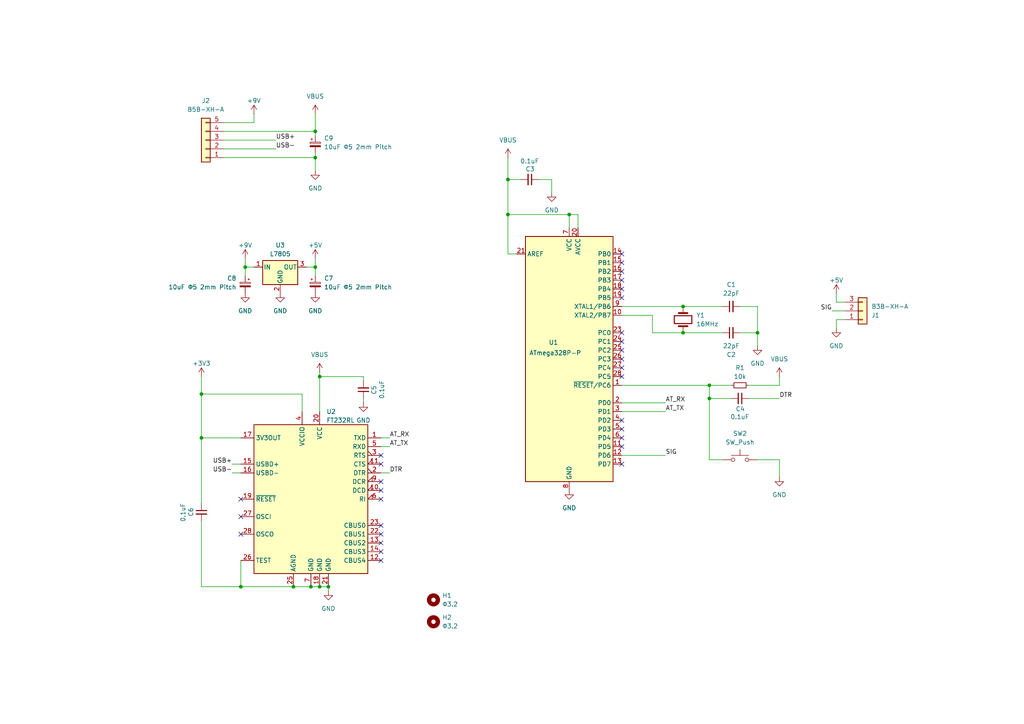
<source format=kicad_sch>
(kicad_sch (version 20231120) (generator "eeschema") (generator_version "8.0")
  (paper "A4")
  (lib_symbols
    (symbol "Connector_Generic:Conn_01x03" (pin_names (offset 1.016) hide)
      (property "Reference" "J" (at 0 5.08 0))
      (property "Value" "Conn_01x03" (at 0 -5.08 0))
      (symbol "Conn_01x03_1_1"
        (rectangle (start -1.27 -2.413) (end 0 -2.667) (stroke (width 0.1524)))
        (rectangle (start -1.27 0.127) (end 0 -0.127) (stroke (width 0.1524)))
        (rectangle (start -1.27 2.667) (end 0 2.413) (stroke (width 0.1524)))
        (rectangle (start -1.27 3.81) (end 1.27 -3.81) (stroke (width 0.254)) (fill (type background)))
        (pin passive line (at -5.08 2.54 0) (length 3.81) (name "Pin_1") (number "1"))
        (pin passive line (at -5.08 0 0) (length 3.81) (name "Pin_2") (number "2"))
        (pin passive line (at -5.08 -2.54 0) (length 3.81) (name "Pin_3") (number "3"))
      )
    )
    (symbol "Connector_Generic:Conn_01x05" (pin_names (offset 1.016) hide)
      (property "Reference" "J" (at 0 7.62 0))
      (property "Value" "Conn_01x05" (at 0 -7.62 0))
      (symbol "Conn_01x05_1_1"
        (rectangle (start -1.27 -4.953) (end 0 -5.207) (stroke (width 0.1524)))
        (rectangle (start -1.27 -2.413) (end 0 -2.667) (stroke (width 0.1524)))
        (rectangle (start -1.27 0.127) (end 0 -0.127) (stroke (width 0.1524)))
        (rectangle (start -1.27 2.667) (end 0 2.413) (stroke (width 0.1524)))
        (rectangle (start -1.27 5.207) (end 0 4.953) (stroke (width 0.1524)))
        (rectangle (start -1.27 6.35) (end 1.27 -6.35) (stroke (width 0.254)) (fill (type background)))
        (pin passive line (at -5.08 5.08 0) (length 3.81) (name "Pin_1") (number "1"))
        (pin passive line (at -5.08 2.54 0) (length 3.81) (name "Pin_2") (number "2"))
        (pin passive line (at -5.08 0 0) (length 3.81) (name "Pin_3") (number "3"))
        (pin passive line (at -5.08 -2.54 0) (length 3.81) (name "Pin_4") (number "4"))
        (pin passive line (at -5.08 -5.08 0) (length 3.81) (name "Pin_5") (number "5"))
      )
    )
    (symbol "Device:C_Polarized_Small" (pin_numbers hide) (pin_names (offset 0.254) hide)
      (property "Reference" "C" (at 0.254 1.778 0))
      (property "Value" "C_Polarized_Small" (at 0.254 -2.032 0))
      (symbol "C_Polarized_Small_0_1"
        (rectangle (start -1.524 -0.3048) (end 1.524 -0.6858) (fill (type outline)))
        (rectangle (start -1.524 0.6858) (end 1.524 0.3048))
        (polyline (pts (xy -1.27 1.524) (xy -0.762 1.524)))
        (polyline (pts (xy -1.016 1.27) (xy -1.016 1.778)))
      )
      (symbol "C_Polarized_Small_1_1"
        (pin passive line (at 0 2.54 270) (length 1.8542) (name "~") (number "1"))
        (pin passive line (at 0 -2.54 90) (length 1.8542) (name "~") (number "2"))
      )
    )
    (symbol "Device:C_Small" (pin_numbers hide) (pin_names (offset 0.254) hide)
      (property "Reference" "C" (at 0.254 1.778 0))
      (property "Value" "C_Small" (at 0.254 -2.032 0))
      (symbol "C_Small_0_1"
        (polyline (pts (xy -1.524 -0.508) (xy 1.524 -0.508)) (stroke (width 0.3302)))
        (polyline (pts (xy -1.524 0.508) (xy 1.524 0.508)) (stroke (width 0.3048)))
      )
      (symbol "C_Small_1_1"
        (pin passive line (at 0 2.54 270) (length 2.032) (name "~") (number "1"))
        (pin passive line (at 0 -2.54 90) (length 2.032) (name "~") (number "2"))
      )
    )
    (symbol "Device:Crystal" (pin_numbers hide) (pin_names (offset 1.016) hide)
      (property "Reference" "Y" (at 0 3.81 0))
      (property "Value" "Crystal" (at 0 -3.81 0))
      (symbol "Crystal_0_1"
        (rectangle (start -1.143 2.54) (end 1.143 -2.54) (stroke (width 0.3048)))
        (polyline (pts (xy -2.54 0) (xy -1.905 0)))
        (polyline (pts (xy -1.905 -1.27) (xy -1.905 1.27)) (stroke (width 0.508)))
        (polyline (pts (xy 1.905 -1.27) (xy 1.905 1.27)) (stroke (width 0.508)))
        (polyline (pts (xy 2.54 0) (xy 1.905 0)))
      )
      (symbol "Crystal_1_1"
        (pin passive line (at -3.81 0 0) (length 1.27) (name "1") (number "1"))
        (pin passive line (at 3.81 0 180) (length 1.27) (name "2") (number "2"))
      )
    )
    (symbol "Device:R_Small" (pin_numbers hide) (pin_names (offset 0.254) hide)
      (property "Reference" "R" (at 0.762 0.508 0))
      (property "Value" "R_Small" (at 0.762 -1.016 0))
      (symbol "R_Small_0_1"
        (rectangle (start -0.762 1.778) (end 0.762 -1.778) (stroke (width 0.2032)))
      )
      (symbol "R_Small_1_1"
        (pin passive line (at 0 2.54 270) (length 0.762) (name "~") (number "1"))
        (pin passive line (at 0 -2.54 90) (length 0.762) (name "~") (number "2"))
      )
    )
    (symbol "Interface_USB:FT232RL"
      (property "Reference" "U" (at -16.51 22.86 0))
      (property "Value" "FT232RL" (at 10.16 22.86 0))
      (symbol "FT232RL_0_1"
        (rectangle (start -16.51 21.59) (end 16.51 -21.59) (stroke (width 0.254)) (fill (type background)))
      )
      (symbol "FT232RL_1_1"
        (pin output line (at 20.32 17.78 180) (length 3.81) (name "TXD") (number "1"))
        (pin input input_low (at 20.32 2.54 180) (length 3.81) (name "DCD") (number "10"))
        (pin input input_low (at 20.32 10.16 180) (length 3.81) (name "CTS") (number "11"))
        (pin bidirectional line (at 20.32 -17.78 180) (length 3.81) (name "CBUS4") (number "12"))
        (pin bidirectional line (at 20.32 -12.7 180) (length 3.81) (name "CBUS2") (number "13"))
        (pin bidirectional line (at 20.32 -15.24 180) (length 3.81) (name "CBUS3") (number "14"))
        (pin bidirectional line (at -20.32 10.16 0) (length 3.81) (name "USBD+") (number "15"))
        (pin bidirectional line (at -20.32 7.62 0) (length 3.81) (name "USBD-") (number "16"))
        (pin power_out line (at -20.32 17.78 0) (length 3.81) (name "3V3OUT") (number "17"))
        (pin power_in line (at 2.54 -25.4 90) (length 3.81) (name "GND") (number "18"))
        (pin input line (at -20.32 0 0) (length 3.81) (name "~{RESET}") (number "19"))
        (pin output output_low (at 20.32 7.62 180) (length 3.81) (name "DTR") (number "2"))
        (pin power_in line (at 2.54 25.4 270) (length 3.81) (name "VCC") (number "20"))
        (pin power_in line (at 5.08 -25.4 90) (length 3.81) (name "GND") (number "21"))
        (pin bidirectional line (at 20.32 -10.16 180) (length 3.81) (name "CBUS1") (number "22"))
        (pin bidirectional line (at 20.32 -7.62 180) (length 3.81) (name "CBUS0") (number "23"))
        (pin power_in line (at -5.08 -25.4 90) (length 3.81) (name "AGND") (number "25"))
        (pin input line (at -20.32 -17.78 0) (length 3.81) (name "TEST") (number "26"))
        (pin input line (at -20.32 -5.08 0) (length 3.81) (name "OSCI") (number "27"))
        (pin output line (at -20.32 -10.16 0) (length 3.81) (name "OSCO") (number "28"))
        (pin output output_low (at 20.32 12.7 180) (length 3.81) (name "RTS") (number "3"))
        (pin power_in line (at -2.54 25.4 270) (length 3.81) (name "VCCIO") (number "4"))
        (pin input line (at 20.32 15.24 180) (length 3.81) (name "RXD") (number "5"))
        (pin input input_low (at 20.32 0 180) (length 3.81) (name "RI") (number "6"))
        (pin power_in line (at 0 -25.4 90) (length 3.81) (name "GND") (number "7"))
        (pin input input_low (at 20.32 5.08 180) (length 3.81) (name "DCR") (number "9"))
      )
    )
    (symbol "MCU_Microchip_ATmega:ATmega328P-P"
      (property "Reference" "U" (at -12.7 36.83 0))
      (property "Value" "ATmega328P-P" (at 2.54 -36.83 0))
      (symbol "ATmega328P-P_0_1"
        (rectangle (start -12.7 -35.56) (end 12.7 35.56) (stroke (width 0.254)) (fill (type background)))
      )
      (symbol "ATmega328P-P_1_1"
        (pin bidirectional line (at 15.24 -7.62 180) (length 2.54) (name "~{RESET}/PC6") (number "1"))
        (pin bidirectional line (at 15.24 12.7 180) (length 2.54) (name "XTAL2/PB7") (number "10"))
        (pin bidirectional line (at 15.24 -25.4 180) (length 2.54) (name "PD5") (number "11"))
        (pin bidirectional line (at 15.24 -27.94 180) (length 2.54) (name "PD6") (number "12"))
        (pin bidirectional line (at 15.24 -30.48 180) (length 2.54) (name "PD7") (number "13"))
        (pin bidirectional line (at 15.24 30.48 180) (length 2.54) (name "PB0") (number "14"))
        (pin bidirectional line (at 15.24 27.94 180) (length 2.54) (name "PB1") (number "15"))
        (pin bidirectional line (at 15.24 25.4 180) (length 2.54) (name "PB2") (number "16"))
        (pin bidirectional line (at 15.24 22.86 180) (length 2.54) (name "PB3") (number "17"))
        (pin bidirectional line (at 15.24 20.32 180) (length 2.54) (name "PB4") (number "18"))
        (pin bidirectional line (at 15.24 17.78 180) (length 2.54) (name "PB5") (number "19"))
        (pin bidirectional line (at 15.24 -12.7 180) (length 2.54) (name "PD0") (number "2"))
        (pin power_in line (at 2.54 38.1 270) (length 2.54) (name "AVCC") (number "20"))
        (pin passive line (at -15.24 30.48 0) (length 2.54) (name "AREF") (number "21"))
        (pin passive line (at 0 -38.1 90) (length 2.54) hide (name "GND") (number "22"))
        (pin bidirectional line (at 15.24 7.62 180) (length 2.54) (name "PC0") (number "23"))
        (pin bidirectional line (at 15.24 5.08 180) (length 2.54) (name "PC1") (number "24"))
        (pin bidirectional line (at 15.24 2.54 180) (length 2.54) (name "PC2") (number "25"))
        (pin bidirectional line (at 15.24 0 180) (length 2.54) (name "PC3") (number "26"))
        (pin bidirectional line (at 15.24 -2.54 180) (length 2.54) (name "PC4") (number "27"))
        (pin bidirectional line (at 15.24 -5.08 180) (length 2.54) (name "PC5") (number "28"))
        (pin bidirectional line (at 15.24 -15.24 180) (length 2.54) (name "PD1") (number "3"))
        (pin bidirectional line (at 15.24 -17.78 180) (length 2.54) (name "PD2") (number "4"))
        (pin bidirectional line (at 15.24 -20.32 180) (length 2.54) (name "PD3") (number "5"))
        (pin bidirectional line (at 15.24 -22.86 180) (length 2.54) (name "PD4") (number "6"))
        (pin power_in line (at 0 38.1 270) (length 2.54) (name "VCC") (number "7"))
        (pin power_in line (at 0 -38.1 90) (length 2.54) (name "GND") (number "8"))
        (pin bidirectional line (at 15.24 15.24 180) (length 2.54) (name "XTAL1/PB6") (number "9"))
      )
    )
    (symbol "Mechanical:MountingHole" (pin_names (offset 1.016)) (exclude_from_sim yes) (in_bom no)
      (property "Reference" "H" (at 0 5.08 0))
      (property "Value" "MountingHole" (at 0 3.175 0))
      (symbol "MountingHole_0_1"
        (circle (center 0 0) (radius 1.27) (stroke (width 1.27)))
      )
    )
    (symbol "Regulator_Linear:L7805" (pin_names (offset 0.254))
      (property "Reference" "U" (at -3.81 3.175 0))
      (property "Value" "L7805" (at 0 3.175 0))
      (symbol "L7805_0_1"
        (rectangle (start -5.08 1.905) (end 5.08 -5.08) (stroke (width 0.254)) (fill (type background)))
      )
      (symbol "L7805_1_1"
        (pin power_in line (at -7.62 0 0) (length 2.54) (name "IN") (number "1"))
        (pin power_in line (at 0 -7.62 90) (length 2.54) (name "GND") (number "2"))
        (pin power_out line (at 7.62 0 180) (length 2.54) (name "OUT") (number "3"))
      )
    )
    (symbol "Switch:SW_Push" (pin_numbers hide) (pin_names (offset 1.016) hide)
      (property "Reference" "SW" (at 1.27 2.54 0))
      (property "Value" "SW_Push" (at 0 -1.524 0))
      (symbol "SW_Push_0_1"
        (circle (center -2.032 0) (radius 0.508))
        (polyline (pts (xy 0 1.27) (xy 0 3.048)))
        (polyline (pts (xy 2.54 1.27) (xy -2.54 1.27)))
        (circle (center 2.032 0) (radius 0.508))
        (pin passive line (at -5.08 0 0) (length 2.54) (name "1") (number "1"))
        (pin passive line (at 5.08 0 180) (length 2.54) (name "2") (number "2"))
      )
    )
    (symbol "power:+3V3" (power) (pin_names (offset 0))
      (property "Value" "+3V3" (at 0 3.556 0))
      (symbol "+3V3_0_1"
        (polyline (pts (xy -0.762 1.27) (xy 0 2.54)))
        (polyline (pts (xy 0 0) (xy 0 2.54)))
        (polyline (pts (xy 0 2.54) (xy 0.762 1.27)))
      )
      (symbol "+3V3_1_1"
        (pin power_in line (at 0 0 90) (length 0) hide (name "+3V3") (number "1"))
      )
    )
    (symbol "power:+5V" (power) (pin_numbers hide) (pin_names (offset 0) hide)
      (property "Value" "+5V" (at 0 3.556 0))
      (symbol "+5V_0_1"
        (polyline (pts (xy -0.762 1.27) (xy 0 2.54)))
        (polyline (pts (xy 0 0) (xy 0 2.54)))
        (polyline (pts (xy 0 2.54) (xy 0.762 1.27)))
      )
      (symbol "+5V_1_1"
        (pin power_in line (at 0 0 90) (length 0) (name "~") (number "1"))
      )
    )
    (symbol "power:+9V" (power) (pin_numbers hide) (pin_names (offset 0) hide)
      (property "Value" "+9V" (at 0 3.556 0))
      (symbol "+9V_0_1"
        (polyline (pts (xy -0.762 1.27) (xy 0 2.54)))
        (polyline (pts (xy 0 0) (xy 0 2.54)))
        (polyline (pts (xy 0 2.54) (xy 0.762 1.27)))
      )
      (symbol "+9V_1_1"
        (pin power_in line (at 0 0 90) (length 0) (name "~") (number "1"))
      )
    )
    (symbol "power:GND" (power) (pin_numbers hide) (pin_names (offset 0) hide)
      (property "Value" "GND" (at 0 -3.81 0))
      (symbol "GND_0_1"
        (polyline (pts (xy 0 0) (xy 0 -1.27) (xy 1.27 -1.27) (xy 0 -2.54) (xy -1.27 -1.27) (xy 0 -1.27)))
      )
      (symbol "GND_1_1"
        (pin power_in line (at 0 0 270) (length 0) (name "~") (number "1"))
      )
    )
    (symbol "power:VBUS" (power) (pin_numbers hide) (pin_names (offset 0) hide)
      (property "Value" "VBUS" (at 0 3.556 0))
      (symbol "VBUS_0_1"
        (polyline (pts (xy -0.762 1.27) (xy 0 2.54)))
        (polyline (pts (xy 0 0) (xy 0 2.54)))
        (polyline (pts (xy 0 2.54) (xy 0.762 1.27)))
      )
      (symbol "VBUS_1_1"
        (pin power_in line (at 0 0 90) (length 0) (name "~") (number "1"))
      )
    )
  )
  (junction (at 85.09 170.18))
  (junction (at 92.71 109.22))
  (junction (at 205.74 115.57))
  (junction (at 147.32 52.07))
  (junction (at 147.32 62.23))
  (junction (at 165.1 62.23))
  (junction (at 198.12 88.9))
  (junction (at 95.25 170.18))
  (junction (at 91.44 38.1))
  (junction (at 205.74 111.76))
  (junction (at 92.71 170.18))
  (junction (at 69.85 170.18))
  (junction (at 91.44 77.47))
  (junction (at 198.12 96.52))
  (junction (at 219.71 96.52))
  (junction (at 58.42 114.3))
  (junction (at 90.17 170.18))
  (junction (at 91.44 45.72))
  (junction (at 58.42 127))
  (junction (at 71.12 77.47))
  (no_connect (at 180.34 129.54))
  (no_connect (at 180.34 96.52))
  (no_connect (at 180.34 76.2))
  (no_connect (at 69.85 144.78))
  (no_connect (at 180.34 134.62))
  (no_connect (at 180.34 124.46))
  (no_connect (at 180.34 73.66))
  (no_connect (at 110.49 142.24))
  (no_connect (at 69.85 154.94))
  (no_connect (at 180.34 78.74))
  (no_connect (at 180.34 106.68))
  (no_connect (at 69.85 149.86))
  (no_connect (at 110.49 154.94))
  (no_connect (at 110.49 152.4))
  (no_connect (at 180.34 101.6))
  (no_connect (at 180.34 127))
  (no_connect (at 110.49 139.7))
  (no_connect (at 110.49 134.62))
  (no_connect (at 180.34 81.28))
  (no_connect (at 180.34 86.36))
  (no_connect (at 180.34 121.92))
  (no_connect (at 110.49 132.08))
  (no_connect (at 110.49 160.02))
  (no_connect (at 110.49 162.56))
  (no_connect (at 180.34 104.14))
  (no_connect (at 110.49 144.78))
  (no_connect (at 180.34 99.06))
  (no_connect (at 110.49 157.48))
  (no_connect (at 180.34 109.22))
  (no_connect (at 180.34 83.82))
  (wire (pts (xy 226.06 109.22) (xy 226.06 111.76)))
  (wire (pts (xy 189.23 91.44) (xy 189.23 96.52)))
  (wire (pts (xy 205.74 115.57) (xy 205.74 111.76)))
  (wire (pts (xy 58.42 151.13) (xy 58.42 170.18)))
  (wire (pts (xy 189.23 96.52) (xy 198.12 96.52)))
  (wire (pts (xy 73.66 33.02) (xy 73.66 35.56)))
  (wire (pts (xy 219.71 133.35) (xy 226.06 133.35)))
  (wire (pts (xy 69.85 162.56) (xy 69.85 170.18)))
  (wire (pts (xy 147.32 62.23) (xy 147.32 73.66)))
  (wire (pts (xy 160.02 52.07) (xy 156.21 52.07)))
  (wire (pts (xy 242.57 92.71) (xy 245.11 92.71)))
  (wire (pts (xy 180.34 111.76) (xy 205.74 111.76)))
  (wire (pts (xy 198.12 88.9) (xy 209.55 88.9)))
  (wire (pts (xy 180.34 132.08) (xy 193.04 132.08)))
  (wire (pts (xy 147.32 52.07) (xy 147.32 62.23)))
  (wire (pts (xy 180.34 88.9) (xy 198.12 88.9)))
  (wire (pts (xy 165.1 62.23) (xy 167.64 62.23)))
  (wire (pts (xy 165.1 62.23) (xy 165.1 66.04)))
  (wire (pts (xy 110.49 129.54) (xy 113.03 129.54)))
  (wire (pts (xy 147.32 52.07) (xy 151.13 52.07)))
  (wire (pts (xy 73.66 35.56) (xy 64.77 35.56)))
  (wire (pts (xy 85.09 170.18) (xy 90.17 170.18)))
  (wire (pts (xy 67.31 134.62) (xy 69.85 134.62)))
  (wire (pts (xy 147.32 73.66) (xy 149.86 73.66)))
  (wire (pts (xy 180.34 91.44) (xy 189.23 91.44)))
  (wire (pts (xy 226.06 111.76) (xy 217.17 111.76)))
  (wire (pts (xy 71.12 77.47) (xy 73.66 77.47)))
  (wire (pts (xy 91.44 49.53) (xy 91.44 45.72)))
  (wire (pts (xy 205.74 115.57) (xy 212.09 115.57)))
  (wire (pts (xy 90.17 170.18) (xy 92.71 170.18)))
  (wire (pts (xy 180.34 116.84) (xy 193.04 116.84)))
  (wire (pts (xy 88.9 77.47) (xy 91.44 77.47)))
  (wire (pts (xy 219.71 96.52) (xy 219.71 88.9)))
  (wire (pts (xy 160.02 55.88) (xy 160.02 52.07)))
  (wire (pts (xy 241.3 90.17) (xy 245.11 90.17)))
  (wire (pts (xy 92.71 107.95) (xy 92.71 109.22)))
  (wire (pts (xy 91.44 74.93) (xy 91.44 77.47)))
  (wire (pts (xy 205.74 133.35) (xy 209.55 133.35)))
  (wire (pts (xy 91.44 38.1) (xy 64.77 38.1)))
  (wire (pts (xy 217.17 115.57) (xy 226.06 115.57)))
  (wire (pts (xy 110.49 137.16) (xy 113.03 137.16)))
  (wire (pts (xy 58.42 170.18) (xy 69.85 170.18)))
  (wire (pts (xy 69.85 170.18) (xy 85.09 170.18)))
  (wire (pts (xy 242.57 85.09) (xy 242.57 87.63)))
  (wire (pts (xy 105.41 109.22) (xy 105.41 110.49)))
  (wire (pts (xy 91.44 33.02) (xy 91.44 38.1)))
  (wire (pts (xy 92.71 170.18) (xy 95.25 170.18)))
  (wire (pts (xy 167.64 62.23) (xy 167.64 66.04)))
  (wire (pts (xy 87.63 114.3) (xy 58.42 114.3)))
  (wire (pts (xy 58.42 109.22) (xy 58.42 114.3)))
  (wire (pts (xy 105.41 115.57) (xy 105.41 116.84)))
  (wire (pts (xy 91.44 45.72) (xy 64.77 45.72)))
  (wire (pts (xy 58.42 114.3) (xy 58.42 127)))
  (wire (pts (xy 205.74 115.57) (xy 205.74 133.35)))
  (wire (pts (xy 147.32 45.72) (xy 147.32 52.07)))
  (wire (pts (xy 226.06 133.35) (xy 226.06 138.43)))
  (wire (pts (xy 92.71 109.22) (xy 92.71 119.38)))
  (wire (pts (xy 87.63 119.38) (xy 87.63 114.3)))
  (wire (pts (xy 110.49 127) (xy 113.03 127)))
  (wire (pts (xy 91.44 38.1) (xy 91.44 39.37)))
  (wire (pts (xy 180.34 119.38) (xy 193.04 119.38)))
  (wire (pts (xy 214.63 96.52) (xy 219.71 96.52)))
  (wire (pts (xy 242.57 87.63) (xy 245.11 87.63)))
  (wire (pts (xy 64.77 40.64) (xy 80.01 40.64)))
  (wire (pts (xy 219.71 100.33) (xy 219.71 96.52)))
  (wire (pts (xy 219.71 88.9) (xy 214.63 88.9)))
  (wire (pts (xy 64.77 43.18) (xy 80.01 43.18)))
  (wire (pts (xy 91.44 77.47) (xy 91.44 80.01)))
  (wire (pts (xy 91.44 44.45) (xy 91.44 45.72)))
  (wire (pts (xy 198.12 96.52) (xy 209.55 96.52)))
  (wire (pts (xy 58.42 127) (xy 69.85 127)))
  (wire (pts (xy 147.32 62.23) (xy 165.1 62.23)))
  (wire (pts (xy 205.74 111.76) (xy 212.09 111.76)))
  (wire (pts (xy 95.25 171.45) (xy 95.25 170.18)))
  (wire (pts (xy 71.12 74.93) (xy 71.12 77.47)))
  (wire (pts (xy 67.31 137.16) (xy 69.85 137.16)))
  (wire (pts (xy 242.57 95.25) (xy 242.57 92.71)))
  (wire (pts (xy 71.12 80.01) (xy 71.12 77.47)))
  (wire (pts (xy 58.42 146.05) (xy 58.42 127)))
  (wire (pts (xy 92.71 109.22) (xy 105.41 109.22)))
  (label "AT_RX" (at 193.04 116.84 0))
  (label "SIG" (at 193.04 132.08 0))
  (label "DTR" (at 113.03 137.16 0))
  (label "AT_TX" (at 113.03 129.54 0))
  (label "AT_TX" (at 193.04 119.38 0))
  (label "USB+" (at 80.01 40.64 0))
  (label "USB+" (at 67.31 134.62 180))
  (label "DTR" (at 226.06 115.57 0))
  (label "USB-" (at 67.31 137.16 180))
  (label "AT_RX" (at 113.03 127 0))
  (label "SIG" (at 241.3 90.17 180))
  (label "USB-" (at 80.01 43.18 0))
  (symbol (lib_id "power:VBUS") (at 147.32 45.72 0) (unit 1)
    (property "Reference" "#PWR02" (effects (hide yes)))
    (property "Value" "VBUS" (at 147.32 40.64 0))
    (property "Description" "Power symbol creates a global label with name \"VBUS\"" (effects (hide yes)))
  )
  (symbol (lib_id "power:GND") (at 105.41 116.84 0) (unit 1)
    (property "Reference" "#PWR09" (effects (hide yes)))
    (property "Value" "GND" (at 105.41 121.92 0))
  )
  (symbol (lib_id "power:GND") (at 91.44 85.09 0) (unit 1)
    (property "Reference" "#PWR018" (effects (hide yes)))
    (property "Value" "GND" (at 91.44 90.17 0))
  )
  (symbol (lib_id "Device:C_Polarized_Small") (at 91.44 41.91 0) (unit 1)
    (property "Reference" "C9" (at 93.98 40.0938 0) (effects (justify left)))
    (property "Value" "10uF Φ5 2mm Pitch" (at 93.98 42.6338 0) (effects (justify left)))
    (property "Footprint" "Capacitor_THT:CP_Radial_D5.0mm_P2.00mm" (effects (hide yes)))
    (property "Description" "Polarized capacitor, small symbol" (effects (hide yes)))
  )
  (symbol (lib_id "Mechanical:MountingHole") (at 125.73 173.99 0) (unit 1) (exclude_from_sim yes) (in_bom no)
    (property "Reference" "H1" (at 128.27 172.7199 0) (effects (justify left)))
    (property "Value" "Φ3.2" (at 128.27 175.26 0) (effects (justify left)))
    (property "Footprint" "MountingHole:MountingHole_3.2mm_M3" (effects (hide yes)))
    (property "Description" "Mounting Hole without connection" (effects (hide yes)))
  )
  (symbol (lib_id "Device:C_Small") (at 58.42 148.59 0) (mirror y) (unit 1)
    (property "Reference" "C6" (at 55.372 149.86 90) (effects (justify left)))
    (property "Value" "0.1uF" (at 53.086 151.384 90) (effects (justify left)))
    (property "Footprint" "Capacitor_THT:C_Disc_D5.1mm_W3.2mm_P5.00mm" (effects (hide yes)))
    (property "Description" "Unpolarized capacitor, small symbol" (effects (hide yes)))
  )
  (symbol (lib_id "MCU_Microchip_ATmega:ATmega328P-P") (at 165.1 104.14 0) (unit 1)
    (property "Reference" "U1" (at 160.528 99.314 0))
    (property "Value" "ATmega328P-P" (at 161.036 102.362 0))
    (property "Footprint" "Package_DIP:DIP-28_W7.62mm" (effects (hide yes)))
    (property "Datasheet" "http://ww1.microchip.com/downloads/en/DeviceDoc/ATmega328_P%20AVR%20MCU%20with%20picoPower%20Technology%20Data%20Sheet%2040001984A.pdf" (effects (hide yes)))
    (property "Description" "20MHz, 32kB Flash, 2kB SRAM, 1kB EEPROM, DIP-28" (effects (hide yes)))
  )
  (symbol (lib_id "Device:C_Small") (at 212.09 88.9 90) (unit 1)
    (property "Reference" "C1" (at 212.0963 82.55 90))
    (property "Value" "22pF" (at 212.0963 85.09 90))
    (property "Footprint" "Capacitor_THT:C_Disc_D5.1mm_W3.2mm_P5.00mm" (effects (hide yes)))
    (property "Description" "Unpolarized capacitor, small symbol" (effects (hide yes)))
  )
  (symbol (lib_id "power:VBUS") (at 226.06 109.22 0) (unit 1)
    (property "Reference" "#PWR04" (effects (hide yes)))
    (property "Value" "VBUS" (at 226.06 104.14 0))
    (property "Description" "Power symbol creates a global label with name \"VBUS\"" (effects (hide yes)))
  )
  (symbol (lib_id "power:GND") (at 95.25 171.45 0) (unit 1)
    (property "Reference" "#PWR014" (effects (hide yes)))
    (property "Value" "GND" (at 95.25 176.53 0))
  )
  (symbol (lib_id "Connector_Generic:Conn_01x05") (at 59.69 40.64 180) (unit 1)
    (property "Reference" "J2" (at 59.69 29.21 0))
    (property "Value" "B5B-XH-A" (at 59.69 31.75 0))
    (property "Footprint" "Connector_JST:JST_XH_B5B-XH-A_1x05_P2.50mm_Vertical" (effects (hide yes)))
    (property "Description" "Generic connector, single row, 01x05, script generated (kicad-library-utils/schlib/autogen/connector/)" (effects (hide yes)))
  )
  (symbol (lib_id "Regulator_Linear:L7805") (at 81.28 77.47 0) (unit 1)
    (property "Reference" "U3" (at 81.28 71.12 0))
    (property "Value" "L7805" (at 81.28 73.66 0))
    (property "Footprint" "Package_TO_SOT_THT:TO-220F-3_Vertical" (effects (hide yes)))
    (property "Datasheet" "http://www.st.com/content/ccc/resource/technical/document/datasheet/41/4f/b3/b0/12/d4/47/88/CD00000444.pdf/files/CD00000444.pdf/jcr:content/translations/en.CD00000444.pdf" (effects (hide yes)))
    (property "Description" "Positive 1.5A 35V Linear Regulator, Fixed Output 5V, TO-220/TO-263/TO-252" (effects (hide yes)))
  )
  (symbol (lib_id "power:GND") (at 226.06 138.43 0) (unit 1)
    (property "Reference" "#PWR06" (effects (hide yes)))
    (property "Value" "GND" (at 226.06 143.51 0))
    (property "Description" "Power symbol creates a global label with name \"GND\" , ground" (effects (hide yes)))
  )
  (symbol (lib_id "power:GND") (at 242.57 95.25 0) (unit 1)
    (property "Reference" "#PWR011" (effects (hide yes)))
    (property "Value" "GND" (at 242.57 100.33 0))
  )
  (symbol (lib_id "power:+5V") (at 242.57 85.09 0) (unit 1)
    (property "Reference" "#PWR013" (effects (hide yes)))
    (property "Value" "+5V" (at 242.57 81.28 0))
  )
  (symbol (lib_id "Device:C_Small") (at 153.67 52.07 270) (mirror x) (unit 1)
    (property "Reference" "C3" (at 152.4 49.022 90) (effects (justify left)))
    (property "Value" "0.1uF" (at 150.876 46.736 90) (effects (justify left)))
    (property "Footprint" "Capacitor_THT:C_Disc_D5.1mm_W3.2mm_P5.00mm" (effects (hide yes)))
    (property "Description" "Unpolarized capacitor, small symbol" (effects (hide yes)))
  )
  (symbol (lib_id "power:VBUS") (at 91.44 33.02 0) (unit 1)
    (property "Reference" "#PWR020" (effects (hide yes)))
    (property "Value" "VBUS" (at 91.44 27.94 0))
    (property "Description" "Power symbol creates a global label with name \"VBUS\"" (effects (hide yes)))
  )
  (symbol (lib_id "power:GND") (at 165.1 142.24 0) (unit 1)
    (property "Reference" "#PWR05" (effects (hide yes)))
    (property "Value" "GND" (at 165.1 147.32 0))
    (property "Description" "Power symbol creates a global label with name \"GND\" , ground" (effects (hide yes)))
  )
  (symbol (lib_id "power:GND") (at 219.71 100.33 0) (unit 1)
    (property "Reference" "#PWR01" (effects (hide yes)))
    (property "Value" "GND" (at 219.71 105.41 0))
    (property "Description" "Power symbol creates a global label with name \"GND\" , ground" (effects (hide yes)))
  )
  (symbol (lib_id "power:+3V3") (at 58.42 109.22 0) (unit 1)
    (property "Reference" "#PWR08" (effects (hide yes)))
    (property "Value" "+3V3" (at 58.42 105.41 0))
  )
  (symbol (lib_id "power:GND") (at 71.12 85.09 0) (unit 1)
    (property "Reference" "#PWR016" (effects (hide yes)))
    (property "Value" "GND" (at 71.12 90.17 0))
  )
  (symbol (lib_id "Device:R_Small") (at 214.63 111.76 90) (unit 1)
    (property "Reference" "R1" (at 214.63 106.68 90))
    (property "Value" "10k" (at 214.63 109.22 90))
    (property "Footprint" "Resistor_THT:R_Axial_DIN0207_L6.3mm_D2.5mm_P7.62mm_Horizontal" (effects (hide yes)))
    (property "Description" "Resistor, small symbol" (effects (hide yes)))
  )
  (symbol (lib_id "Device:C_Polarized_Small") (at 71.12 82.55 0) (mirror y) (unit 1)
    (property "Reference" "C8" (at 68.58 80.7338 0) (effects (justify left)))
    (property "Value" "10uF Φ5 2mm Pitch" (at 68.58 83.2738 0) (effects (justify left)))
    (property "Footprint" "Capacitor_THT:CP_Radial_D5.0mm_P2.00mm" (effects (hide yes)))
    (property "Description" "Polarized capacitor, small symbol" (effects (hide yes)))
  )
  (symbol (lib_id "power:VBUS") (at 92.71 107.95 0) (unit 1)
    (property "Reference" "#PWR07" (effects (hide yes)))
    (property "Value" "VBUS" (at 92.71 102.87 0))
    (property "Description" "Power symbol creates a global label with name \"VBUS\"" (effects (hide yes)))
  )
  (symbol (lib_id "Device:C_Polarized_Small") (at 91.44 82.55 0) (unit 1)
    (property "Reference" "C7" (at 93.98 80.7338 0) (effects (justify left)))
    (property "Value" "10uF Φ5 2mm Pitch" (at 93.98 83.2738 0) (effects (justify left)))
    (property "Footprint" "Capacitor_THT:CP_Radial_D5.0mm_P2.00mm" (effects (hide yes)))
    (property "Description" "Polarized capacitor, small symbol" (effects (hide yes)))
  )
  (symbol (lib_id "power:+9V") (at 71.12 74.93 0) (unit 1)
    (property "Reference" "#PWR012" (effects (hide yes)))
    (property "Value" "+9V" (at 71.12 71.12 0))
    (property "Description" "Power symbol creates a global label with name \"+9V\"" (effects (hide yes)))
  )
  (symbol (lib_id "Interface_USB:FT232RL") (at 90.17 144.78 0) (unit 1)
    (property "Reference" "U2" (at 94.6659 119.38 0) (effects (justify left)))
    (property "Value" "FT232RL" (at 94.6659 121.92 0) (effects (justify left)))
    (property "Footprint" "Package_SO:SSOP-28_5.3x10.2mm_P0.65mm" (effects (hide yes)))
    (property "Datasheet" "https://www.ftdichip.com/Support/Documents/DataSheets/ICs/DS_FT232R.pdf" (effects (hide yes)))
  )
  (symbol (lib_id "Connector_Generic:Conn_01x03") (at 250.19 90.17 0) (mirror x) (unit 1)
    (property "Reference" "J1" (at 252.73 91.4401 0) (effects (justify left)))
    (property "Value" "B3B-XH-A" (at 252.73 88.9001 0) (effects (justify left)))
    (property "Footprint" "Connector_JST:JST_XH_B3B-XH-A_1x03_P2.50mm_Vertical" (effects (hide yes)))
    (property "Description" "Generic connector, single row, 01x03, script generated (kicad-library-utils/schlib/autogen/connector/)" (effects (hide yes)))
  )
  (symbol (lib_id "Switch:SW_Push") (at 214.63 133.35 0) (unit 1)
    (property "Reference" "SW2" (at 214.63 125.73 0))
    (property "Value" "SW_Push" (at 214.63 128.27 0))
    (property "Footprint" "Button_Switch_THT:SW_PUSH_6mm" (effects (hide yes)))
    (property "Description" "Push button switch, generic, two pins" (effects (hide yes)))
  )
  (symbol (lib_id "Mechanical:MountingHole") (at 125.73 180.34 0) (unit 1) (exclude_from_sim yes) (in_bom no)
    (property "Reference" "H2" (at 128.27 179.0699 0) (effects (justify left)))
    (property "Value" "Φ3.2" (at 128.27 181.61 0) (effects (justify left)))
    (property "Footprint" "MountingHole:MountingHole_3.2mm_M3" (effects (hide yes)))
    (property "Description" "Mounting Hole without connection" (effects (hide yes)))
  )
  (symbol (lib_id "Device:Crystal") (at 198.12 92.71 90) (unit 1)
    (property "Reference" "Y1" (at 201.93 91.4399 90) (effects (justify right)))
    (property "Value" "16MHz" (at 201.93 93.9799 90) (effects (justify right)))
    (property "Footprint" "Crystal:Crystal_HC49-4H_Vertical" (effects (hide yes)))
    (property "Description" "Two pin crystal" (effects (hide yes)))
  )
  (symbol (lib_id "Device:C_Small") (at 212.09 96.52 90) (mirror x) (unit 1)
    (property "Reference" "C2" (at 212.0963 102.87 90))
    (property "Value" "22pF" (at 212.0963 100.33 90))
    (property "Footprint" "Capacitor_THT:C_Disc_D5.1mm_W3.2mm_P5.00mm" (effects (hide yes)))
    (property "Description" "Unpolarized capacitor, small symbol" (effects (hide yes)))
  )
  (symbol (lib_id "Device:C_Small") (at 214.63 115.57 270) (unit 1)
    (property "Reference" "C4" (at 213.36 118.618 90) (effects (justify left)))
    (property "Value" "0.1uF" (at 211.836 120.904 90) (effects (justify left)))
    (property "Footprint" "Capacitor_THT:C_Disc_D5.1mm_W3.2mm_P5.00mm" (effects (hide yes)))
    (property "Description" "Unpolarized capacitor, small symbol" (effects (hide yes)))
  )
  (symbol (lib_id "power:GND") (at 81.28 85.09 0) (unit 1)
    (property "Reference" "#PWR017" (effects (hide yes)))
    (property "Value" "GND" (at 81.28 90.17 0))
  )
  (symbol (lib_id "Device:C_Small") (at 105.41 113.03 0) (mirror x) (unit 1)
    (property "Reference" "C5" (at 108.458 111.76 90) (effects (justify left)))
    (property "Value" "0.1uF" (at 110.744 110.236 90) (effects (justify left)))
    (property "Footprint" "Capacitor_THT:C_Disc_D5.1mm_W3.2mm_P5.00mm" (effects (hide yes)))
    (property "Description" "Unpolarized capacitor, small symbol" (effects (hide yes)))
  )
  (symbol (lib_id "power:GND") (at 91.44 49.53 0) (unit 1)
    (property "Reference" "#PWR021" (effects (hide yes)))
    (property "Value" "GND" (at 91.44 54.61 0))
  )
  (symbol (lib_id "power:+9V") (at 73.66 33.02 0) (unit 1)
    (property "Reference" "#PWR010" (effects (hide yes)))
    (property "Value" "+9V" (at 73.66 29.21 0))
    (property "Description" "Power symbol creates a global label with name \"+9V\"" (effects (hide yes)))
  )
  (symbol (lib_id "power:GND") (at 160.02 55.88 0) (unit 1)
    (property "Reference" "#PWR03" (effects (hide yes)))
    (property "Value" "GND" (at 160.02 60.96 0))
    (property "Description" "Power symbol creates a global label with name \"GND\" , ground" (effects (hide yes)))
  )
  (symbol (lib_id "power:+5V") (at 91.44 74.93 0) (unit 1)
    (property "Reference" "#PWR015" (effects (hide yes)))
    (property "Value" "+5V" (at 91.44 71.12 0))
  )
)
</source>
